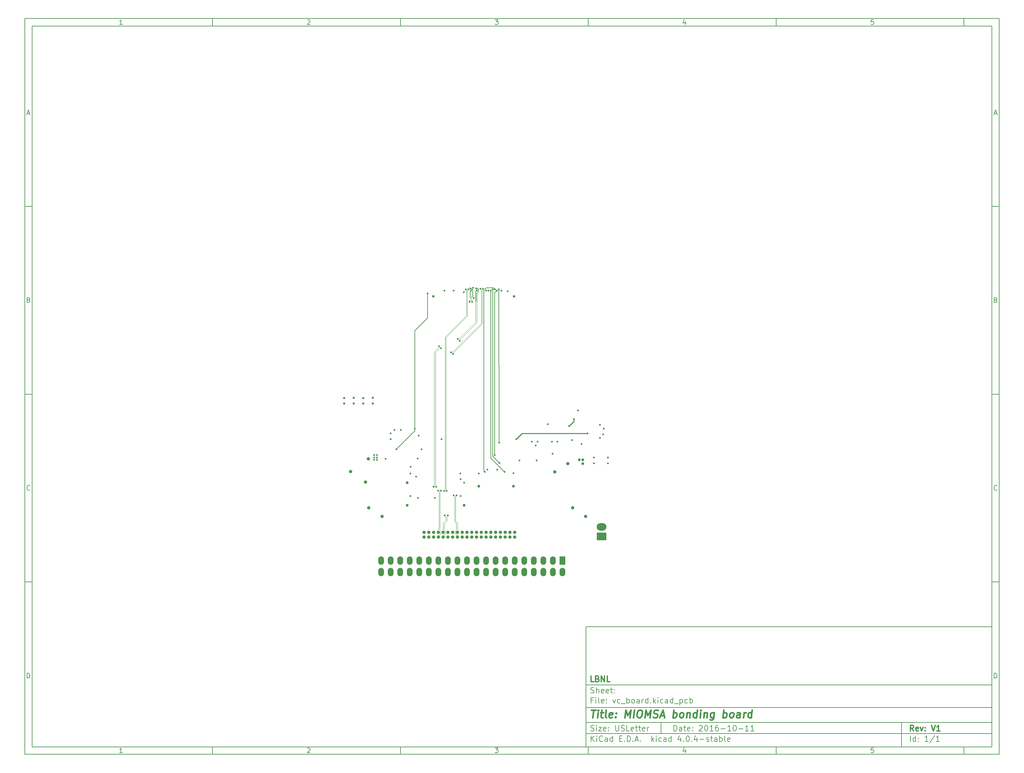
<source format=gbr>
G04 #@! TF.FileFunction,Copper,L4,Bot,Signal*
%FSLAX46Y46*%
G04 Gerber Fmt 4.6, Leading zero omitted, Abs format (unit mm)*
G04 Created by KiCad (PCBNEW 4.0.4-stable) date 2016 October 17, Monday 14:47:50*
%MOMM*%
%LPD*%
G01*
G04 APERTURE LIST*
%ADD10C,0.100000*%
%ADD11C,0.150000*%
%ADD12C,0.300000*%
%ADD13C,0.400000*%
%ADD14C,0.900000*%
%ADD15R,2.600000X2.000000*%
%ADD16O,2.600000X2.000000*%
%ADD17R,1.524000X2.286000*%
%ADD18O,1.524000X2.286000*%
%ADD19C,0.508000*%
%ADD20C,0.635000*%
%ADD21C,0.600000*%
%ADD22C,0.889000*%
%ADD23C,0.762000*%
%ADD24C,0.254000*%
%ADD25C,0.127000*%
%ADD26C,0.125000*%
G04 APERTURE END LIST*
D10*
D11*
X159400000Y-171900000D02*
X159400000Y-203900000D01*
X267400000Y-203900000D01*
X267400000Y-171900000D01*
X159400000Y-171900000D01*
D10*
D11*
X10000000Y-10000000D02*
X10000000Y-205900000D01*
X269400000Y-205900000D01*
X269400000Y-10000000D01*
X10000000Y-10000000D01*
D10*
D11*
X12000000Y-12000000D02*
X12000000Y-203900000D01*
X267400000Y-203900000D01*
X267400000Y-12000000D01*
X12000000Y-12000000D01*
D10*
D11*
X60000000Y-12000000D02*
X60000000Y-10000000D01*
D10*
D11*
X110000000Y-12000000D02*
X110000000Y-10000000D01*
D10*
D11*
X160000000Y-12000000D02*
X160000000Y-10000000D01*
D10*
D11*
X210000000Y-12000000D02*
X210000000Y-10000000D01*
D10*
D11*
X260000000Y-12000000D02*
X260000000Y-10000000D01*
D10*
D11*
X35990476Y-11588095D02*
X35247619Y-11588095D01*
X35619048Y-11588095D02*
X35619048Y-10288095D01*
X35495238Y-10473810D01*
X35371429Y-10597619D01*
X35247619Y-10659524D01*
D10*
D11*
X85247619Y-10411905D02*
X85309524Y-10350000D01*
X85433333Y-10288095D01*
X85742857Y-10288095D01*
X85866667Y-10350000D01*
X85928571Y-10411905D01*
X85990476Y-10535714D01*
X85990476Y-10659524D01*
X85928571Y-10845238D01*
X85185714Y-11588095D01*
X85990476Y-11588095D01*
D10*
D11*
X135185714Y-10288095D02*
X135990476Y-10288095D01*
X135557143Y-10783333D01*
X135742857Y-10783333D01*
X135866667Y-10845238D01*
X135928571Y-10907143D01*
X135990476Y-11030952D01*
X135990476Y-11340476D01*
X135928571Y-11464286D01*
X135866667Y-11526190D01*
X135742857Y-11588095D01*
X135371429Y-11588095D01*
X135247619Y-11526190D01*
X135185714Y-11464286D01*
D10*
D11*
X185866667Y-10721429D02*
X185866667Y-11588095D01*
X185557143Y-10226190D02*
X185247619Y-11154762D01*
X186052381Y-11154762D01*
D10*
D11*
X235928571Y-10288095D02*
X235309524Y-10288095D01*
X235247619Y-10907143D01*
X235309524Y-10845238D01*
X235433333Y-10783333D01*
X235742857Y-10783333D01*
X235866667Y-10845238D01*
X235928571Y-10907143D01*
X235990476Y-11030952D01*
X235990476Y-11340476D01*
X235928571Y-11464286D01*
X235866667Y-11526190D01*
X235742857Y-11588095D01*
X235433333Y-11588095D01*
X235309524Y-11526190D01*
X235247619Y-11464286D01*
D10*
D11*
X60000000Y-203900000D02*
X60000000Y-205900000D01*
D10*
D11*
X110000000Y-203900000D02*
X110000000Y-205900000D01*
D10*
D11*
X160000000Y-203900000D02*
X160000000Y-205900000D01*
D10*
D11*
X210000000Y-203900000D02*
X210000000Y-205900000D01*
D10*
D11*
X260000000Y-203900000D02*
X260000000Y-205900000D01*
D10*
D11*
X35990476Y-205488095D02*
X35247619Y-205488095D01*
X35619048Y-205488095D02*
X35619048Y-204188095D01*
X35495238Y-204373810D01*
X35371429Y-204497619D01*
X35247619Y-204559524D01*
D10*
D11*
X85247619Y-204311905D02*
X85309524Y-204250000D01*
X85433333Y-204188095D01*
X85742857Y-204188095D01*
X85866667Y-204250000D01*
X85928571Y-204311905D01*
X85990476Y-204435714D01*
X85990476Y-204559524D01*
X85928571Y-204745238D01*
X85185714Y-205488095D01*
X85990476Y-205488095D01*
D10*
D11*
X135185714Y-204188095D02*
X135990476Y-204188095D01*
X135557143Y-204683333D01*
X135742857Y-204683333D01*
X135866667Y-204745238D01*
X135928571Y-204807143D01*
X135990476Y-204930952D01*
X135990476Y-205240476D01*
X135928571Y-205364286D01*
X135866667Y-205426190D01*
X135742857Y-205488095D01*
X135371429Y-205488095D01*
X135247619Y-205426190D01*
X135185714Y-205364286D01*
D10*
D11*
X185866667Y-204621429D02*
X185866667Y-205488095D01*
X185557143Y-204126190D02*
X185247619Y-205054762D01*
X186052381Y-205054762D01*
D10*
D11*
X235928571Y-204188095D02*
X235309524Y-204188095D01*
X235247619Y-204807143D01*
X235309524Y-204745238D01*
X235433333Y-204683333D01*
X235742857Y-204683333D01*
X235866667Y-204745238D01*
X235928571Y-204807143D01*
X235990476Y-204930952D01*
X235990476Y-205240476D01*
X235928571Y-205364286D01*
X235866667Y-205426190D01*
X235742857Y-205488095D01*
X235433333Y-205488095D01*
X235309524Y-205426190D01*
X235247619Y-205364286D01*
D10*
D11*
X10000000Y-60000000D02*
X12000000Y-60000000D01*
D10*
D11*
X10000000Y-110000000D02*
X12000000Y-110000000D01*
D10*
D11*
X10000000Y-160000000D02*
X12000000Y-160000000D01*
D10*
D11*
X10690476Y-35216667D02*
X11309524Y-35216667D01*
X10566667Y-35588095D02*
X11000000Y-34288095D01*
X11433333Y-35588095D01*
D10*
D11*
X11092857Y-84907143D02*
X11278571Y-84969048D01*
X11340476Y-85030952D01*
X11402381Y-85154762D01*
X11402381Y-85340476D01*
X11340476Y-85464286D01*
X11278571Y-85526190D01*
X11154762Y-85588095D01*
X10659524Y-85588095D01*
X10659524Y-84288095D01*
X11092857Y-84288095D01*
X11216667Y-84350000D01*
X11278571Y-84411905D01*
X11340476Y-84535714D01*
X11340476Y-84659524D01*
X11278571Y-84783333D01*
X11216667Y-84845238D01*
X11092857Y-84907143D01*
X10659524Y-84907143D01*
D10*
D11*
X11402381Y-135464286D02*
X11340476Y-135526190D01*
X11154762Y-135588095D01*
X11030952Y-135588095D01*
X10845238Y-135526190D01*
X10721429Y-135402381D01*
X10659524Y-135278571D01*
X10597619Y-135030952D01*
X10597619Y-134845238D01*
X10659524Y-134597619D01*
X10721429Y-134473810D01*
X10845238Y-134350000D01*
X11030952Y-134288095D01*
X11154762Y-134288095D01*
X11340476Y-134350000D01*
X11402381Y-134411905D01*
D10*
D11*
X10659524Y-185588095D02*
X10659524Y-184288095D01*
X10969048Y-184288095D01*
X11154762Y-184350000D01*
X11278571Y-184473810D01*
X11340476Y-184597619D01*
X11402381Y-184845238D01*
X11402381Y-185030952D01*
X11340476Y-185278571D01*
X11278571Y-185402381D01*
X11154762Y-185526190D01*
X10969048Y-185588095D01*
X10659524Y-185588095D01*
D10*
D11*
X269400000Y-60000000D02*
X267400000Y-60000000D01*
D10*
D11*
X269400000Y-110000000D02*
X267400000Y-110000000D01*
D10*
D11*
X269400000Y-160000000D02*
X267400000Y-160000000D01*
D10*
D11*
X268090476Y-35216667D02*
X268709524Y-35216667D01*
X267966667Y-35588095D02*
X268400000Y-34288095D01*
X268833333Y-35588095D01*
D10*
D11*
X268492857Y-84907143D02*
X268678571Y-84969048D01*
X268740476Y-85030952D01*
X268802381Y-85154762D01*
X268802381Y-85340476D01*
X268740476Y-85464286D01*
X268678571Y-85526190D01*
X268554762Y-85588095D01*
X268059524Y-85588095D01*
X268059524Y-84288095D01*
X268492857Y-84288095D01*
X268616667Y-84350000D01*
X268678571Y-84411905D01*
X268740476Y-84535714D01*
X268740476Y-84659524D01*
X268678571Y-84783333D01*
X268616667Y-84845238D01*
X268492857Y-84907143D01*
X268059524Y-84907143D01*
D10*
D11*
X268802381Y-135464286D02*
X268740476Y-135526190D01*
X268554762Y-135588095D01*
X268430952Y-135588095D01*
X268245238Y-135526190D01*
X268121429Y-135402381D01*
X268059524Y-135278571D01*
X267997619Y-135030952D01*
X267997619Y-134845238D01*
X268059524Y-134597619D01*
X268121429Y-134473810D01*
X268245238Y-134350000D01*
X268430952Y-134288095D01*
X268554762Y-134288095D01*
X268740476Y-134350000D01*
X268802381Y-134411905D01*
D10*
D11*
X268059524Y-185588095D02*
X268059524Y-184288095D01*
X268369048Y-184288095D01*
X268554762Y-184350000D01*
X268678571Y-184473810D01*
X268740476Y-184597619D01*
X268802381Y-184845238D01*
X268802381Y-185030952D01*
X268740476Y-185278571D01*
X268678571Y-185402381D01*
X268554762Y-185526190D01*
X268369048Y-185588095D01*
X268059524Y-185588095D01*
D10*
D11*
X182757143Y-199678571D02*
X182757143Y-198178571D01*
X183114286Y-198178571D01*
X183328571Y-198250000D01*
X183471429Y-198392857D01*
X183542857Y-198535714D01*
X183614286Y-198821429D01*
X183614286Y-199035714D01*
X183542857Y-199321429D01*
X183471429Y-199464286D01*
X183328571Y-199607143D01*
X183114286Y-199678571D01*
X182757143Y-199678571D01*
X184900000Y-199678571D02*
X184900000Y-198892857D01*
X184828571Y-198750000D01*
X184685714Y-198678571D01*
X184400000Y-198678571D01*
X184257143Y-198750000D01*
X184900000Y-199607143D02*
X184757143Y-199678571D01*
X184400000Y-199678571D01*
X184257143Y-199607143D01*
X184185714Y-199464286D01*
X184185714Y-199321429D01*
X184257143Y-199178571D01*
X184400000Y-199107143D01*
X184757143Y-199107143D01*
X184900000Y-199035714D01*
X185400000Y-198678571D02*
X185971429Y-198678571D01*
X185614286Y-198178571D02*
X185614286Y-199464286D01*
X185685714Y-199607143D01*
X185828572Y-199678571D01*
X185971429Y-199678571D01*
X187042857Y-199607143D02*
X186900000Y-199678571D01*
X186614286Y-199678571D01*
X186471429Y-199607143D01*
X186400000Y-199464286D01*
X186400000Y-198892857D01*
X186471429Y-198750000D01*
X186614286Y-198678571D01*
X186900000Y-198678571D01*
X187042857Y-198750000D01*
X187114286Y-198892857D01*
X187114286Y-199035714D01*
X186400000Y-199178571D01*
X187757143Y-199535714D02*
X187828571Y-199607143D01*
X187757143Y-199678571D01*
X187685714Y-199607143D01*
X187757143Y-199535714D01*
X187757143Y-199678571D01*
X187757143Y-198750000D02*
X187828571Y-198821429D01*
X187757143Y-198892857D01*
X187685714Y-198821429D01*
X187757143Y-198750000D01*
X187757143Y-198892857D01*
X189542857Y-198321429D02*
X189614286Y-198250000D01*
X189757143Y-198178571D01*
X190114286Y-198178571D01*
X190257143Y-198250000D01*
X190328572Y-198321429D01*
X190400000Y-198464286D01*
X190400000Y-198607143D01*
X190328572Y-198821429D01*
X189471429Y-199678571D01*
X190400000Y-199678571D01*
X191328571Y-198178571D02*
X191471428Y-198178571D01*
X191614285Y-198250000D01*
X191685714Y-198321429D01*
X191757143Y-198464286D01*
X191828571Y-198750000D01*
X191828571Y-199107143D01*
X191757143Y-199392857D01*
X191685714Y-199535714D01*
X191614285Y-199607143D01*
X191471428Y-199678571D01*
X191328571Y-199678571D01*
X191185714Y-199607143D01*
X191114285Y-199535714D01*
X191042857Y-199392857D01*
X190971428Y-199107143D01*
X190971428Y-198750000D01*
X191042857Y-198464286D01*
X191114285Y-198321429D01*
X191185714Y-198250000D01*
X191328571Y-198178571D01*
X193257142Y-199678571D02*
X192399999Y-199678571D01*
X192828571Y-199678571D02*
X192828571Y-198178571D01*
X192685714Y-198392857D01*
X192542856Y-198535714D01*
X192399999Y-198607143D01*
X194542856Y-198178571D02*
X194257142Y-198178571D01*
X194114285Y-198250000D01*
X194042856Y-198321429D01*
X193899999Y-198535714D01*
X193828570Y-198821429D01*
X193828570Y-199392857D01*
X193899999Y-199535714D01*
X193971427Y-199607143D01*
X194114285Y-199678571D01*
X194399999Y-199678571D01*
X194542856Y-199607143D01*
X194614285Y-199535714D01*
X194685713Y-199392857D01*
X194685713Y-199035714D01*
X194614285Y-198892857D01*
X194542856Y-198821429D01*
X194399999Y-198750000D01*
X194114285Y-198750000D01*
X193971427Y-198821429D01*
X193899999Y-198892857D01*
X193828570Y-199035714D01*
X195328570Y-199107143D02*
X196471427Y-199107143D01*
X197971427Y-199678571D02*
X197114284Y-199678571D01*
X197542856Y-199678571D02*
X197542856Y-198178571D01*
X197399999Y-198392857D01*
X197257141Y-198535714D01*
X197114284Y-198607143D01*
X198899998Y-198178571D02*
X199042855Y-198178571D01*
X199185712Y-198250000D01*
X199257141Y-198321429D01*
X199328570Y-198464286D01*
X199399998Y-198750000D01*
X199399998Y-199107143D01*
X199328570Y-199392857D01*
X199257141Y-199535714D01*
X199185712Y-199607143D01*
X199042855Y-199678571D01*
X198899998Y-199678571D01*
X198757141Y-199607143D01*
X198685712Y-199535714D01*
X198614284Y-199392857D01*
X198542855Y-199107143D01*
X198542855Y-198750000D01*
X198614284Y-198464286D01*
X198685712Y-198321429D01*
X198757141Y-198250000D01*
X198899998Y-198178571D01*
X200042855Y-199107143D02*
X201185712Y-199107143D01*
X202685712Y-199678571D02*
X201828569Y-199678571D01*
X202257141Y-199678571D02*
X202257141Y-198178571D01*
X202114284Y-198392857D01*
X201971426Y-198535714D01*
X201828569Y-198607143D01*
X204114283Y-199678571D02*
X203257140Y-199678571D01*
X203685712Y-199678571D02*
X203685712Y-198178571D01*
X203542855Y-198392857D01*
X203399997Y-198535714D01*
X203257140Y-198607143D01*
D10*
D11*
X159400000Y-200400000D02*
X267400000Y-200400000D01*
D10*
D11*
X160757143Y-202478571D02*
X160757143Y-200978571D01*
X161614286Y-202478571D02*
X160971429Y-201621429D01*
X161614286Y-200978571D02*
X160757143Y-201835714D01*
X162257143Y-202478571D02*
X162257143Y-201478571D01*
X162257143Y-200978571D02*
X162185714Y-201050000D01*
X162257143Y-201121429D01*
X162328571Y-201050000D01*
X162257143Y-200978571D01*
X162257143Y-201121429D01*
X163828572Y-202335714D02*
X163757143Y-202407143D01*
X163542857Y-202478571D01*
X163400000Y-202478571D01*
X163185715Y-202407143D01*
X163042857Y-202264286D01*
X162971429Y-202121429D01*
X162900000Y-201835714D01*
X162900000Y-201621429D01*
X162971429Y-201335714D01*
X163042857Y-201192857D01*
X163185715Y-201050000D01*
X163400000Y-200978571D01*
X163542857Y-200978571D01*
X163757143Y-201050000D01*
X163828572Y-201121429D01*
X165114286Y-202478571D02*
X165114286Y-201692857D01*
X165042857Y-201550000D01*
X164900000Y-201478571D01*
X164614286Y-201478571D01*
X164471429Y-201550000D01*
X165114286Y-202407143D02*
X164971429Y-202478571D01*
X164614286Y-202478571D01*
X164471429Y-202407143D01*
X164400000Y-202264286D01*
X164400000Y-202121429D01*
X164471429Y-201978571D01*
X164614286Y-201907143D01*
X164971429Y-201907143D01*
X165114286Y-201835714D01*
X166471429Y-202478571D02*
X166471429Y-200978571D01*
X166471429Y-202407143D02*
X166328572Y-202478571D01*
X166042858Y-202478571D01*
X165900000Y-202407143D01*
X165828572Y-202335714D01*
X165757143Y-202192857D01*
X165757143Y-201764286D01*
X165828572Y-201621429D01*
X165900000Y-201550000D01*
X166042858Y-201478571D01*
X166328572Y-201478571D01*
X166471429Y-201550000D01*
X168328572Y-201692857D02*
X168828572Y-201692857D01*
X169042858Y-202478571D02*
X168328572Y-202478571D01*
X168328572Y-200978571D01*
X169042858Y-200978571D01*
X169685715Y-202335714D02*
X169757143Y-202407143D01*
X169685715Y-202478571D01*
X169614286Y-202407143D01*
X169685715Y-202335714D01*
X169685715Y-202478571D01*
X170400001Y-202478571D02*
X170400001Y-200978571D01*
X170757144Y-200978571D01*
X170971429Y-201050000D01*
X171114287Y-201192857D01*
X171185715Y-201335714D01*
X171257144Y-201621429D01*
X171257144Y-201835714D01*
X171185715Y-202121429D01*
X171114287Y-202264286D01*
X170971429Y-202407143D01*
X170757144Y-202478571D01*
X170400001Y-202478571D01*
X171900001Y-202335714D02*
X171971429Y-202407143D01*
X171900001Y-202478571D01*
X171828572Y-202407143D01*
X171900001Y-202335714D01*
X171900001Y-202478571D01*
X172542858Y-202050000D02*
X173257144Y-202050000D01*
X172400001Y-202478571D02*
X172900001Y-200978571D01*
X173400001Y-202478571D01*
X173900001Y-202335714D02*
X173971429Y-202407143D01*
X173900001Y-202478571D01*
X173828572Y-202407143D01*
X173900001Y-202335714D01*
X173900001Y-202478571D01*
X176900001Y-202478571D02*
X176900001Y-200978571D01*
X177042858Y-201907143D02*
X177471429Y-202478571D01*
X177471429Y-201478571D02*
X176900001Y-202050000D01*
X178114287Y-202478571D02*
X178114287Y-201478571D01*
X178114287Y-200978571D02*
X178042858Y-201050000D01*
X178114287Y-201121429D01*
X178185715Y-201050000D01*
X178114287Y-200978571D01*
X178114287Y-201121429D01*
X179471430Y-202407143D02*
X179328573Y-202478571D01*
X179042859Y-202478571D01*
X178900001Y-202407143D01*
X178828573Y-202335714D01*
X178757144Y-202192857D01*
X178757144Y-201764286D01*
X178828573Y-201621429D01*
X178900001Y-201550000D01*
X179042859Y-201478571D01*
X179328573Y-201478571D01*
X179471430Y-201550000D01*
X180757144Y-202478571D02*
X180757144Y-201692857D01*
X180685715Y-201550000D01*
X180542858Y-201478571D01*
X180257144Y-201478571D01*
X180114287Y-201550000D01*
X180757144Y-202407143D02*
X180614287Y-202478571D01*
X180257144Y-202478571D01*
X180114287Y-202407143D01*
X180042858Y-202264286D01*
X180042858Y-202121429D01*
X180114287Y-201978571D01*
X180257144Y-201907143D01*
X180614287Y-201907143D01*
X180757144Y-201835714D01*
X182114287Y-202478571D02*
X182114287Y-200978571D01*
X182114287Y-202407143D02*
X181971430Y-202478571D01*
X181685716Y-202478571D01*
X181542858Y-202407143D01*
X181471430Y-202335714D01*
X181400001Y-202192857D01*
X181400001Y-201764286D01*
X181471430Y-201621429D01*
X181542858Y-201550000D01*
X181685716Y-201478571D01*
X181971430Y-201478571D01*
X182114287Y-201550000D01*
X184614287Y-201478571D02*
X184614287Y-202478571D01*
X184257144Y-200907143D02*
X183900001Y-201978571D01*
X184828573Y-201978571D01*
X185400001Y-202335714D02*
X185471429Y-202407143D01*
X185400001Y-202478571D01*
X185328572Y-202407143D01*
X185400001Y-202335714D01*
X185400001Y-202478571D01*
X186400001Y-200978571D02*
X186542858Y-200978571D01*
X186685715Y-201050000D01*
X186757144Y-201121429D01*
X186828573Y-201264286D01*
X186900001Y-201550000D01*
X186900001Y-201907143D01*
X186828573Y-202192857D01*
X186757144Y-202335714D01*
X186685715Y-202407143D01*
X186542858Y-202478571D01*
X186400001Y-202478571D01*
X186257144Y-202407143D01*
X186185715Y-202335714D01*
X186114287Y-202192857D01*
X186042858Y-201907143D01*
X186042858Y-201550000D01*
X186114287Y-201264286D01*
X186185715Y-201121429D01*
X186257144Y-201050000D01*
X186400001Y-200978571D01*
X187542858Y-202335714D02*
X187614286Y-202407143D01*
X187542858Y-202478571D01*
X187471429Y-202407143D01*
X187542858Y-202335714D01*
X187542858Y-202478571D01*
X188900001Y-201478571D02*
X188900001Y-202478571D01*
X188542858Y-200907143D02*
X188185715Y-201978571D01*
X189114287Y-201978571D01*
X189685715Y-201907143D02*
X190828572Y-201907143D01*
X191471429Y-202407143D02*
X191614286Y-202478571D01*
X191900001Y-202478571D01*
X192042858Y-202407143D01*
X192114286Y-202264286D01*
X192114286Y-202192857D01*
X192042858Y-202050000D01*
X191900001Y-201978571D01*
X191685715Y-201978571D01*
X191542858Y-201907143D01*
X191471429Y-201764286D01*
X191471429Y-201692857D01*
X191542858Y-201550000D01*
X191685715Y-201478571D01*
X191900001Y-201478571D01*
X192042858Y-201550000D01*
X192542858Y-201478571D02*
X193114287Y-201478571D01*
X192757144Y-200978571D02*
X192757144Y-202264286D01*
X192828572Y-202407143D01*
X192971430Y-202478571D01*
X193114287Y-202478571D01*
X194257144Y-202478571D02*
X194257144Y-201692857D01*
X194185715Y-201550000D01*
X194042858Y-201478571D01*
X193757144Y-201478571D01*
X193614287Y-201550000D01*
X194257144Y-202407143D02*
X194114287Y-202478571D01*
X193757144Y-202478571D01*
X193614287Y-202407143D01*
X193542858Y-202264286D01*
X193542858Y-202121429D01*
X193614287Y-201978571D01*
X193757144Y-201907143D01*
X194114287Y-201907143D01*
X194257144Y-201835714D01*
X194971430Y-202478571D02*
X194971430Y-200978571D01*
X194971430Y-201550000D02*
X195114287Y-201478571D01*
X195400001Y-201478571D01*
X195542858Y-201550000D01*
X195614287Y-201621429D01*
X195685716Y-201764286D01*
X195685716Y-202192857D01*
X195614287Y-202335714D01*
X195542858Y-202407143D01*
X195400001Y-202478571D01*
X195114287Y-202478571D01*
X194971430Y-202407143D01*
X196542859Y-202478571D02*
X196400001Y-202407143D01*
X196328573Y-202264286D01*
X196328573Y-200978571D01*
X197685715Y-202407143D02*
X197542858Y-202478571D01*
X197257144Y-202478571D01*
X197114287Y-202407143D01*
X197042858Y-202264286D01*
X197042858Y-201692857D01*
X197114287Y-201550000D01*
X197257144Y-201478571D01*
X197542858Y-201478571D01*
X197685715Y-201550000D01*
X197757144Y-201692857D01*
X197757144Y-201835714D01*
X197042858Y-201978571D01*
D10*
D11*
X159400000Y-197400000D02*
X267400000Y-197400000D01*
D10*
D12*
X246614286Y-199678571D02*
X246114286Y-198964286D01*
X245757143Y-199678571D02*
X245757143Y-198178571D01*
X246328571Y-198178571D01*
X246471429Y-198250000D01*
X246542857Y-198321429D01*
X246614286Y-198464286D01*
X246614286Y-198678571D01*
X246542857Y-198821429D01*
X246471429Y-198892857D01*
X246328571Y-198964286D01*
X245757143Y-198964286D01*
X247828571Y-199607143D02*
X247685714Y-199678571D01*
X247400000Y-199678571D01*
X247257143Y-199607143D01*
X247185714Y-199464286D01*
X247185714Y-198892857D01*
X247257143Y-198750000D01*
X247400000Y-198678571D01*
X247685714Y-198678571D01*
X247828571Y-198750000D01*
X247900000Y-198892857D01*
X247900000Y-199035714D01*
X247185714Y-199178571D01*
X248400000Y-198678571D02*
X248757143Y-199678571D01*
X249114285Y-198678571D01*
X249685714Y-199535714D02*
X249757142Y-199607143D01*
X249685714Y-199678571D01*
X249614285Y-199607143D01*
X249685714Y-199535714D01*
X249685714Y-199678571D01*
X249685714Y-198750000D02*
X249757142Y-198821429D01*
X249685714Y-198892857D01*
X249614285Y-198821429D01*
X249685714Y-198750000D01*
X249685714Y-198892857D01*
X251328571Y-198178571D02*
X251828571Y-199678571D01*
X252328571Y-198178571D01*
X253614285Y-199678571D02*
X252757142Y-199678571D01*
X253185714Y-199678571D02*
X253185714Y-198178571D01*
X253042857Y-198392857D01*
X252899999Y-198535714D01*
X252757142Y-198607143D01*
D10*
D11*
X160685714Y-199607143D02*
X160900000Y-199678571D01*
X161257143Y-199678571D01*
X161400000Y-199607143D01*
X161471429Y-199535714D01*
X161542857Y-199392857D01*
X161542857Y-199250000D01*
X161471429Y-199107143D01*
X161400000Y-199035714D01*
X161257143Y-198964286D01*
X160971429Y-198892857D01*
X160828571Y-198821429D01*
X160757143Y-198750000D01*
X160685714Y-198607143D01*
X160685714Y-198464286D01*
X160757143Y-198321429D01*
X160828571Y-198250000D01*
X160971429Y-198178571D01*
X161328571Y-198178571D01*
X161542857Y-198250000D01*
X162185714Y-199678571D02*
X162185714Y-198678571D01*
X162185714Y-198178571D02*
X162114285Y-198250000D01*
X162185714Y-198321429D01*
X162257142Y-198250000D01*
X162185714Y-198178571D01*
X162185714Y-198321429D01*
X162757143Y-198678571D02*
X163542857Y-198678571D01*
X162757143Y-199678571D01*
X163542857Y-199678571D01*
X164685714Y-199607143D02*
X164542857Y-199678571D01*
X164257143Y-199678571D01*
X164114286Y-199607143D01*
X164042857Y-199464286D01*
X164042857Y-198892857D01*
X164114286Y-198750000D01*
X164257143Y-198678571D01*
X164542857Y-198678571D01*
X164685714Y-198750000D01*
X164757143Y-198892857D01*
X164757143Y-199035714D01*
X164042857Y-199178571D01*
X165400000Y-199535714D02*
X165471428Y-199607143D01*
X165400000Y-199678571D01*
X165328571Y-199607143D01*
X165400000Y-199535714D01*
X165400000Y-199678571D01*
X165400000Y-198750000D02*
X165471428Y-198821429D01*
X165400000Y-198892857D01*
X165328571Y-198821429D01*
X165400000Y-198750000D01*
X165400000Y-198892857D01*
X167257143Y-198178571D02*
X167257143Y-199392857D01*
X167328571Y-199535714D01*
X167400000Y-199607143D01*
X167542857Y-199678571D01*
X167828571Y-199678571D01*
X167971429Y-199607143D01*
X168042857Y-199535714D01*
X168114286Y-199392857D01*
X168114286Y-198178571D01*
X168757143Y-199607143D02*
X168971429Y-199678571D01*
X169328572Y-199678571D01*
X169471429Y-199607143D01*
X169542858Y-199535714D01*
X169614286Y-199392857D01*
X169614286Y-199250000D01*
X169542858Y-199107143D01*
X169471429Y-199035714D01*
X169328572Y-198964286D01*
X169042858Y-198892857D01*
X168900000Y-198821429D01*
X168828572Y-198750000D01*
X168757143Y-198607143D01*
X168757143Y-198464286D01*
X168828572Y-198321429D01*
X168900000Y-198250000D01*
X169042858Y-198178571D01*
X169400000Y-198178571D01*
X169614286Y-198250000D01*
X170971429Y-199678571D02*
X170257143Y-199678571D01*
X170257143Y-198178571D01*
X172042857Y-199607143D02*
X171900000Y-199678571D01*
X171614286Y-199678571D01*
X171471429Y-199607143D01*
X171400000Y-199464286D01*
X171400000Y-198892857D01*
X171471429Y-198750000D01*
X171614286Y-198678571D01*
X171900000Y-198678571D01*
X172042857Y-198750000D01*
X172114286Y-198892857D01*
X172114286Y-199035714D01*
X171400000Y-199178571D01*
X172542857Y-198678571D02*
X173114286Y-198678571D01*
X172757143Y-198178571D02*
X172757143Y-199464286D01*
X172828571Y-199607143D01*
X172971429Y-199678571D01*
X173114286Y-199678571D01*
X173400000Y-198678571D02*
X173971429Y-198678571D01*
X173614286Y-198178571D02*
X173614286Y-199464286D01*
X173685714Y-199607143D01*
X173828572Y-199678571D01*
X173971429Y-199678571D01*
X175042857Y-199607143D02*
X174900000Y-199678571D01*
X174614286Y-199678571D01*
X174471429Y-199607143D01*
X174400000Y-199464286D01*
X174400000Y-198892857D01*
X174471429Y-198750000D01*
X174614286Y-198678571D01*
X174900000Y-198678571D01*
X175042857Y-198750000D01*
X175114286Y-198892857D01*
X175114286Y-199035714D01*
X174400000Y-199178571D01*
X175757143Y-199678571D02*
X175757143Y-198678571D01*
X175757143Y-198964286D02*
X175828571Y-198821429D01*
X175900000Y-198750000D01*
X176042857Y-198678571D01*
X176185714Y-198678571D01*
D10*
D11*
X245757143Y-202478571D02*
X245757143Y-200978571D01*
X247114286Y-202478571D02*
X247114286Y-200978571D01*
X247114286Y-202407143D02*
X246971429Y-202478571D01*
X246685715Y-202478571D01*
X246542857Y-202407143D01*
X246471429Y-202335714D01*
X246400000Y-202192857D01*
X246400000Y-201764286D01*
X246471429Y-201621429D01*
X246542857Y-201550000D01*
X246685715Y-201478571D01*
X246971429Y-201478571D01*
X247114286Y-201550000D01*
X247828572Y-202335714D02*
X247900000Y-202407143D01*
X247828572Y-202478571D01*
X247757143Y-202407143D01*
X247828572Y-202335714D01*
X247828572Y-202478571D01*
X247828572Y-201550000D02*
X247900000Y-201621429D01*
X247828572Y-201692857D01*
X247757143Y-201621429D01*
X247828572Y-201550000D01*
X247828572Y-201692857D01*
X250471429Y-202478571D02*
X249614286Y-202478571D01*
X250042858Y-202478571D02*
X250042858Y-200978571D01*
X249900001Y-201192857D01*
X249757143Y-201335714D01*
X249614286Y-201407143D01*
X252185714Y-200907143D02*
X250900000Y-202835714D01*
X253471429Y-202478571D02*
X252614286Y-202478571D01*
X253042858Y-202478571D02*
X253042858Y-200978571D01*
X252900001Y-201192857D01*
X252757143Y-201335714D01*
X252614286Y-201407143D01*
D10*
D11*
X159400000Y-193400000D02*
X267400000Y-193400000D01*
D10*
D13*
X160852381Y-194104762D02*
X161995238Y-194104762D01*
X161173810Y-196104762D02*
X161423810Y-194104762D01*
X162411905Y-196104762D02*
X162578571Y-194771429D01*
X162661905Y-194104762D02*
X162554762Y-194200000D01*
X162638095Y-194295238D01*
X162745239Y-194200000D01*
X162661905Y-194104762D01*
X162638095Y-194295238D01*
X163245238Y-194771429D02*
X164007143Y-194771429D01*
X163614286Y-194104762D02*
X163400000Y-195819048D01*
X163471430Y-196009524D01*
X163650001Y-196104762D01*
X163840477Y-196104762D01*
X164792858Y-196104762D02*
X164614287Y-196009524D01*
X164542857Y-195819048D01*
X164757143Y-194104762D01*
X166328572Y-196009524D02*
X166126191Y-196104762D01*
X165745239Y-196104762D01*
X165566667Y-196009524D01*
X165495238Y-195819048D01*
X165590476Y-195057143D01*
X165709524Y-194866667D01*
X165911905Y-194771429D01*
X166292857Y-194771429D01*
X166471429Y-194866667D01*
X166542857Y-195057143D01*
X166519048Y-195247619D01*
X165542857Y-195438095D01*
X167292857Y-195914286D02*
X167376192Y-196009524D01*
X167269048Y-196104762D01*
X167185715Y-196009524D01*
X167292857Y-195914286D01*
X167269048Y-196104762D01*
X167423810Y-194866667D02*
X167507144Y-194961905D01*
X167400000Y-195057143D01*
X167316667Y-194961905D01*
X167423810Y-194866667D01*
X167400000Y-195057143D01*
X169745239Y-196104762D02*
X169995239Y-194104762D01*
X170483334Y-195533333D01*
X171328573Y-194104762D01*
X171078573Y-196104762D01*
X172030953Y-196104762D02*
X172280953Y-194104762D01*
X173614287Y-194104762D02*
X173995239Y-194104762D01*
X174173810Y-194200000D01*
X174340478Y-194390476D01*
X174388096Y-194771429D01*
X174304763Y-195438095D01*
X174161906Y-195819048D01*
X173947620Y-196009524D01*
X173745239Y-196104762D01*
X173364287Y-196104762D01*
X173185716Y-196009524D01*
X173019048Y-195819048D01*
X172971429Y-195438095D01*
X173054762Y-194771429D01*
X173197620Y-194390476D01*
X173411906Y-194200000D01*
X173614287Y-194104762D01*
X175078572Y-196104762D02*
X175328572Y-194104762D01*
X175816667Y-195533333D01*
X176661906Y-194104762D01*
X176411906Y-196104762D01*
X177280953Y-196009524D02*
X177554763Y-196104762D01*
X178030953Y-196104762D01*
X178233334Y-196009524D01*
X178340476Y-195914286D01*
X178459525Y-195723810D01*
X178483334Y-195533333D01*
X178411905Y-195342857D01*
X178328572Y-195247619D01*
X178150000Y-195152381D01*
X177780953Y-195057143D01*
X177602382Y-194961905D01*
X177519048Y-194866667D01*
X177447619Y-194676190D01*
X177471429Y-194485714D01*
X177590476Y-194295238D01*
X177697620Y-194200000D01*
X177900001Y-194104762D01*
X178376191Y-194104762D01*
X178650001Y-194200000D01*
X179245238Y-195533333D02*
X180197619Y-195533333D01*
X178983334Y-196104762D02*
X179900001Y-194104762D01*
X180316668Y-196104762D01*
X182507144Y-196104762D02*
X182757144Y-194104762D01*
X182661906Y-194866667D02*
X182864287Y-194771429D01*
X183245239Y-194771429D01*
X183423811Y-194866667D01*
X183507144Y-194961905D01*
X183578572Y-195152381D01*
X183507144Y-195723810D01*
X183388096Y-195914286D01*
X183280954Y-196009524D01*
X183078573Y-196104762D01*
X182697621Y-196104762D01*
X182519049Y-196009524D01*
X184602383Y-196104762D02*
X184423812Y-196009524D01*
X184340477Y-195914286D01*
X184269049Y-195723810D01*
X184340477Y-195152381D01*
X184459525Y-194961905D01*
X184566669Y-194866667D01*
X184769049Y-194771429D01*
X185054763Y-194771429D01*
X185233335Y-194866667D01*
X185316668Y-194961905D01*
X185388096Y-195152381D01*
X185316668Y-195723810D01*
X185197620Y-195914286D01*
X185090478Y-196009524D01*
X184888097Y-196104762D01*
X184602383Y-196104762D01*
X186292858Y-194771429D02*
X186126192Y-196104762D01*
X186269049Y-194961905D02*
X186376193Y-194866667D01*
X186578573Y-194771429D01*
X186864287Y-194771429D01*
X187042859Y-194866667D01*
X187114287Y-195057143D01*
X186983335Y-196104762D01*
X188792859Y-196104762D02*
X189042859Y-194104762D01*
X188804764Y-196009524D02*
X188602383Y-196104762D01*
X188221431Y-196104762D01*
X188042860Y-196009524D01*
X187959525Y-195914286D01*
X187888097Y-195723810D01*
X187959525Y-195152381D01*
X188078573Y-194961905D01*
X188185717Y-194866667D01*
X188388097Y-194771429D01*
X188769049Y-194771429D01*
X188947621Y-194866667D01*
X189745240Y-196104762D02*
X189911906Y-194771429D01*
X189995240Y-194104762D02*
X189888097Y-194200000D01*
X189971430Y-194295238D01*
X190078574Y-194200000D01*
X189995240Y-194104762D01*
X189971430Y-194295238D01*
X190864287Y-194771429D02*
X190697621Y-196104762D01*
X190840478Y-194961905D02*
X190947622Y-194866667D01*
X191150002Y-194771429D01*
X191435716Y-194771429D01*
X191614288Y-194866667D01*
X191685716Y-195057143D01*
X191554764Y-196104762D01*
X193530954Y-194771429D02*
X193328573Y-196390476D01*
X193209526Y-196580952D01*
X193102383Y-196676190D01*
X192900002Y-196771429D01*
X192614288Y-196771429D01*
X192435716Y-196676190D01*
X193376193Y-196009524D02*
X193173812Y-196104762D01*
X192792860Y-196104762D01*
X192614289Y-196009524D01*
X192530954Y-195914286D01*
X192459526Y-195723810D01*
X192530954Y-195152381D01*
X192650002Y-194961905D01*
X192757146Y-194866667D01*
X192959526Y-194771429D01*
X193340478Y-194771429D01*
X193519050Y-194866667D01*
X195840479Y-196104762D02*
X196090479Y-194104762D01*
X195995241Y-194866667D02*
X196197622Y-194771429D01*
X196578574Y-194771429D01*
X196757146Y-194866667D01*
X196840479Y-194961905D01*
X196911907Y-195152381D01*
X196840479Y-195723810D01*
X196721431Y-195914286D01*
X196614289Y-196009524D01*
X196411908Y-196104762D01*
X196030956Y-196104762D01*
X195852384Y-196009524D01*
X197935718Y-196104762D02*
X197757147Y-196009524D01*
X197673812Y-195914286D01*
X197602384Y-195723810D01*
X197673812Y-195152381D01*
X197792860Y-194961905D01*
X197900004Y-194866667D01*
X198102384Y-194771429D01*
X198388098Y-194771429D01*
X198566670Y-194866667D01*
X198650003Y-194961905D01*
X198721431Y-195152381D01*
X198650003Y-195723810D01*
X198530955Y-195914286D01*
X198423813Y-196009524D01*
X198221432Y-196104762D01*
X197935718Y-196104762D01*
X200316670Y-196104762D02*
X200447622Y-195057143D01*
X200376194Y-194866667D01*
X200197622Y-194771429D01*
X199816670Y-194771429D01*
X199614289Y-194866667D01*
X200328575Y-196009524D02*
X200126194Y-196104762D01*
X199650004Y-196104762D01*
X199471432Y-196009524D01*
X199400003Y-195819048D01*
X199423813Y-195628571D01*
X199542860Y-195438095D01*
X199745242Y-195342857D01*
X200221432Y-195342857D01*
X200423813Y-195247619D01*
X201269051Y-196104762D02*
X201435717Y-194771429D01*
X201388098Y-195152381D02*
X201507147Y-194961905D01*
X201614290Y-194866667D01*
X201816670Y-194771429D01*
X202007146Y-194771429D01*
X203364289Y-196104762D02*
X203614289Y-194104762D01*
X203376194Y-196009524D02*
X203173813Y-196104762D01*
X202792861Y-196104762D01*
X202614290Y-196009524D01*
X202530955Y-195914286D01*
X202459527Y-195723810D01*
X202530955Y-195152381D01*
X202650003Y-194961905D01*
X202757147Y-194866667D01*
X202959527Y-194771429D01*
X203340479Y-194771429D01*
X203519051Y-194866667D01*
D10*
D11*
X161257143Y-191492857D02*
X160757143Y-191492857D01*
X160757143Y-192278571D02*
X160757143Y-190778571D01*
X161471429Y-190778571D01*
X162042857Y-192278571D02*
X162042857Y-191278571D01*
X162042857Y-190778571D02*
X161971428Y-190850000D01*
X162042857Y-190921429D01*
X162114285Y-190850000D01*
X162042857Y-190778571D01*
X162042857Y-190921429D01*
X162971429Y-192278571D02*
X162828571Y-192207143D01*
X162757143Y-192064286D01*
X162757143Y-190778571D01*
X164114285Y-192207143D02*
X163971428Y-192278571D01*
X163685714Y-192278571D01*
X163542857Y-192207143D01*
X163471428Y-192064286D01*
X163471428Y-191492857D01*
X163542857Y-191350000D01*
X163685714Y-191278571D01*
X163971428Y-191278571D01*
X164114285Y-191350000D01*
X164185714Y-191492857D01*
X164185714Y-191635714D01*
X163471428Y-191778571D01*
X164828571Y-192135714D02*
X164899999Y-192207143D01*
X164828571Y-192278571D01*
X164757142Y-192207143D01*
X164828571Y-192135714D01*
X164828571Y-192278571D01*
X164828571Y-191350000D02*
X164899999Y-191421429D01*
X164828571Y-191492857D01*
X164757142Y-191421429D01*
X164828571Y-191350000D01*
X164828571Y-191492857D01*
X166542857Y-191278571D02*
X166900000Y-192278571D01*
X167257142Y-191278571D01*
X168471428Y-192207143D02*
X168328571Y-192278571D01*
X168042857Y-192278571D01*
X167899999Y-192207143D01*
X167828571Y-192135714D01*
X167757142Y-191992857D01*
X167757142Y-191564286D01*
X167828571Y-191421429D01*
X167899999Y-191350000D01*
X168042857Y-191278571D01*
X168328571Y-191278571D01*
X168471428Y-191350000D01*
X168757142Y-192421429D02*
X169899999Y-192421429D01*
X170257142Y-192278571D02*
X170257142Y-190778571D01*
X170257142Y-191350000D02*
X170399999Y-191278571D01*
X170685713Y-191278571D01*
X170828570Y-191350000D01*
X170899999Y-191421429D01*
X170971428Y-191564286D01*
X170971428Y-191992857D01*
X170899999Y-192135714D01*
X170828570Y-192207143D01*
X170685713Y-192278571D01*
X170399999Y-192278571D01*
X170257142Y-192207143D01*
X171828571Y-192278571D02*
X171685713Y-192207143D01*
X171614285Y-192135714D01*
X171542856Y-191992857D01*
X171542856Y-191564286D01*
X171614285Y-191421429D01*
X171685713Y-191350000D01*
X171828571Y-191278571D01*
X172042856Y-191278571D01*
X172185713Y-191350000D01*
X172257142Y-191421429D01*
X172328571Y-191564286D01*
X172328571Y-191992857D01*
X172257142Y-192135714D01*
X172185713Y-192207143D01*
X172042856Y-192278571D01*
X171828571Y-192278571D01*
X173614285Y-192278571D02*
X173614285Y-191492857D01*
X173542856Y-191350000D01*
X173399999Y-191278571D01*
X173114285Y-191278571D01*
X172971428Y-191350000D01*
X173614285Y-192207143D02*
X173471428Y-192278571D01*
X173114285Y-192278571D01*
X172971428Y-192207143D01*
X172899999Y-192064286D01*
X172899999Y-191921429D01*
X172971428Y-191778571D01*
X173114285Y-191707143D01*
X173471428Y-191707143D01*
X173614285Y-191635714D01*
X174328571Y-192278571D02*
X174328571Y-191278571D01*
X174328571Y-191564286D02*
X174399999Y-191421429D01*
X174471428Y-191350000D01*
X174614285Y-191278571D01*
X174757142Y-191278571D01*
X175899999Y-192278571D02*
X175899999Y-190778571D01*
X175899999Y-192207143D02*
X175757142Y-192278571D01*
X175471428Y-192278571D01*
X175328570Y-192207143D01*
X175257142Y-192135714D01*
X175185713Y-191992857D01*
X175185713Y-191564286D01*
X175257142Y-191421429D01*
X175328570Y-191350000D01*
X175471428Y-191278571D01*
X175757142Y-191278571D01*
X175899999Y-191350000D01*
X176614285Y-192135714D02*
X176685713Y-192207143D01*
X176614285Y-192278571D01*
X176542856Y-192207143D01*
X176614285Y-192135714D01*
X176614285Y-192278571D01*
X177328571Y-192278571D02*
X177328571Y-190778571D01*
X177471428Y-191707143D02*
X177899999Y-192278571D01*
X177899999Y-191278571D02*
X177328571Y-191850000D01*
X178542857Y-192278571D02*
X178542857Y-191278571D01*
X178542857Y-190778571D02*
X178471428Y-190850000D01*
X178542857Y-190921429D01*
X178614285Y-190850000D01*
X178542857Y-190778571D01*
X178542857Y-190921429D01*
X179900000Y-192207143D02*
X179757143Y-192278571D01*
X179471429Y-192278571D01*
X179328571Y-192207143D01*
X179257143Y-192135714D01*
X179185714Y-191992857D01*
X179185714Y-191564286D01*
X179257143Y-191421429D01*
X179328571Y-191350000D01*
X179471429Y-191278571D01*
X179757143Y-191278571D01*
X179900000Y-191350000D01*
X181185714Y-192278571D02*
X181185714Y-191492857D01*
X181114285Y-191350000D01*
X180971428Y-191278571D01*
X180685714Y-191278571D01*
X180542857Y-191350000D01*
X181185714Y-192207143D02*
X181042857Y-192278571D01*
X180685714Y-192278571D01*
X180542857Y-192207143D01*
X180471428Y-192064286D01*
X180471428Y-191921429D01*
X180542857Y-191778571D01*
X180685714Y-191707143D01*
X181042857Y-191707143D01*
X181185714Y-191635714D01*
X182542857Y-192278571D02*
X182542857Y-190778571D01*
X182542857Y-192207143D02*
X182400000Y-192278571D01*
X182114286Y-192278571D01*
X181971428Y-192207143D01*
X181900000Y-192135714D01*
X181828571Y-191992857D01*
X181828571Y-191564286D01*
X181900000Y-191421429D01*
X181971428Y-191350000D01*
X182114286Y-191278571D01*
X182400000Y-191278571D01*
X182542857Y-191350000D01*
X182900000Y-192421429D02*
X184042857Y-192421429D01*
X184400000Y-191278571D02*
X184400000Y-192778571D01*
X184400000Y-191350000D02*
X184542857Y-191278571D01*
X184828571Y-191278571D01*
X184971428Y-191350000D01*
X185042857Y-191421429D01*
X185114286Y-191564286D01*
X185114286Y-191992857D01*
X185042857Y-192135714D01*
X184971428Y-192207143D01*
X184828571Y-192278571D01*
X184542857Y-192278571D01*
X184400000Y-192207143D01*
X186400000Y-192207143D02*
X186257143Y-192278571D01*
X185971429Y-192278571D01*
X185828571Y-192207143D01*
X185757143Y-192135714D01*
X185685714Y-191992857D01*
X185685714Y-191564286D01*
X185757143Y-191421429D01*
X185828571Y-191350000D01*
X185971429Y-191278571D01*
X186257143Y-191278571D01*
X186400000Y-191350000D01*
X187042857Y-192278571D02*
X187042857Y-190778571D01*
X187042857Y-191350000D02*
X187185714Y-191278571D01*
X187471428Y-191278571D01*
X187614285Y-191350000D01*
X187685714Y-191421429D01*
X187757143Y-191564286D01*
X187757143Y-191992857D01*
X187685714Y-192135714D01*
X187614285Y-192207143D01*
X187471428Y-192278571D01*
X187185714Y-192278571D01*
X187042857Y-192207143D01*
D10*
D11*
X159400000Y-187400000D02*
X267400000Y-187400000D01*
D10*
D11*
X160685714Y-189507143D02*
X160900000Y-189578571D01*
X161257143Y-189578571D01*
X161400000Y-189507143D01*
X161471429Y-189435714D01*
X161542857Y-189292857D01*
X161542857Y-189150000D01*
X161471429Y-189007143D01*
X161400000Y-188935714D01*
X161257143Y-188864286D01*
X160971429Y-188792857D01*
X160828571Y-188721429D01*
X160757143Y-188650000D01*
X160685714Y-188507143D01*
X160685714Y-188364286D01*
X160757143Y-188221429D01*
X160828571Y-188150000D01*
X160971429Y-188078571D01*
X161328571Y-188078571D01*
X161542857Y-188150000D01*
X162185714Y-189578571D02*
X162185714Y-188078571D01*
X162828571Y-189578571D02*
X162828571Y-188792857D01*
X162757142Y-188650000D01*
X162614285Y-188578571D01*
X162400000Y-188578571D01*
X162257142Y-188650000D01*
X162185714Y-188721429D01*
X164114285Y-189507143D02*
X163971428Y-189578571D01*
X163685714Y-189578571D01*
X163542857Y-189507143D01*
X163471428Y-189364286D01*
X163471428Y-188792857D01*
X163542857Y-188650000D01*
X163685714Y-188578571D01*
X163971428Y-188578571D01*
X164114285Y-188650000D01*
X164185714Y-188792857D01*
X164185714Y-188935714D01*
X163471428Y-189078571D01*
X165399999Y-189507143D02*
X165257142Y-189578571D01*
X164971428Y-189578571D01*
X164828571Y-189507143D01*
X164757142Y-189364286D01*
X164757142Y-188792857D01*
X164828571Y-188650000D01*
X164971428Y-188578571D01*
X165257142Y-188578571D01*
X165399999Y-188650000D01*
X165471428Y-188792857D01*
X165471428Y-188935714D01*
X164757142Y-189078571D01*
X165899999Y-188578571D02*
X166471428Y-188578571D01*
X166114285Y-188078571D02*
X166114285Y-189364286D01*
X166185713Y-189507143D01*
X166328571Y-189578571D01*
X166471428Y-189578571D01*
X166971428Y-189435714D02*
X167042856Y-189507143D01*
X166971428Y-189578571D01*
X166899999Y-189507143D01*
X166971428Y-189435714D01*
X166971428Y-189578571D01*
X166971428Y-188650000D02*
X167042856Y-188721429D01*
X166971428Y-188792857D01*
X166899999Y-188721429D01*
X166971428Y-188650000D01*
X166971428Y-188792857D01*
D10*
D12*
X161471429Y-186578571D02*
X160757143Y-186578571D01*
X160757143Y-185078571D01*
X162471429Y-185792857D02*
X162685715Y-185864286D01*
X162757143Y-185935714D01*
X162828572Y-186078571D01*
X162828572Y-186292857D01*
X162757143Y-186435714D01*
X162685715Y-186507143D01*
X162542857Y-186578571D01*
X161971429Y-186578571D01*
X161971429Y-185078571D01*
X162471429Y-185078571D01*
X162614286Y-185150000D01*
X162685715Y-185221429D01*
X162757143Y-185364286D01*
X162757143Y-185507143D01*
X162685715Y-185650000D01*
X162614286Y-185721429D01*
X162471429Y-185792857D01*
X161971429Y-185792857D01*
X163471429Y-186578571D02*
X163471429Y-185078571D01*
X164328572Y-186578571D01*
X164328572Y-185078571D01*
X165757144Y-186578571D02*
X165042858Y-186578571D01*
X165042858Y-185078571D01*
D10*
D11*
X179400000Y-197400000D02*
X179400000Y-200400000D01*
D10*
D11*
X243400000Y-197400000D02*
X243400000Y-203900000D01*
D14*
X140418820Y-148023580D03*
X139148820Y-148023580D03*
X137878820Y-148023580D03*
X136608820Y-148023580D03*
X135338820Y-148023580D03*
X134068820Y-148023580D03*
X132798820Y-148023580D03*
X131528820Y-148023580D03*
X130258820Y-148023580D03*
X128988820Y-148023580D03*
X127718820Y-148023580D03*
X126448820Y-148023580D03*
X125178820Y-148023580D03*
X123908820Y-148023580D03*
X122638820Y-148023580D03*
X121368820Y-148023580D03*
X120098820Y-148023580D03*
X118828820Y-148023580D03*
X117558820Y-148023580D03*
X116288820Y-148023580D03*
X140418820Y-146753580D03*
X139148820Y-146753580D03*
X137878820Y-146753580D03*
X136608820Y-146753580D03*
X135338820Y-146753580D03*
X134068820Y-146753580D03*
X132798820Y-146753580D03*
X131528820Y-146753580D03*
X130258820Y-146753580D03*
X128988820Y-146753580D03*
X127718820Y-146753580D03*
X126448820Y-146753580D03*
X125178820Y-146753580D03*
X123908820Y-146753580D03*
X122638820Y-146753580D03*
X121368820Y-146753580D03*
X120098820Y-146753580D03*
X118828820Y-146753580D03*
X117558820Y-146753580D03*
X116288820Y-146753580D03*
D15*
X163545520Y-147914360D03*
D16*
X163545520Y-145374360D03*
D17*
X153116280Y-154302460D03*
D18*
X150576280Y-154302460D03*
X148036280Y-154302460D03*
X145496280Y-154302460D03*
X142956280Y-154302460D03*
X140416280Y-154302460D03*
X137876280Y-154302460D03*
X135336280Y-154302460D03*
X132796280Y-154302460D03*
X130256280Y-154302460D03*
X127716280Y-154302460D03*
X125176280Y-154302460D03*
X122636280Y-154302460D03*
X120096280Y-154302460D03*
X117556280Y-154302460D03*
X115016280Y-154302460D03*
X112476280Y-154302460D03*
X109936280Y-154302460D03*
X107396280Y-154302460D03*
X104856280Y-154302460D03*
X153116280Y-157350460D03*
X150576280Y-157350460D03*
X148036280Y-157350460D03*
X145496280Y-157350460D03*
X142956280Y-157350460D03*
X140416280Y-157350460D03*
X137876280Y-157350460D03*
X135336280Y-157350460D03*
X132796280Y-157350460D03*
X130256280Y-157350460D03*
X127716280Y-157350460D03*
X125176280Y-157350460D03*
X122636280Y-157350460D03*
X120096280Y-157350460D03*
X117556280Y-157350460D03*
X115016280Y-157350460D03*
X112476280Y-157350460D03*
X109936280Y-157350460D03*
X107396280Y-157350460D03*
X104856280Y-157350460D03*
D19*
X154901900Y-118519300D03*
X156156660Y-116646960D03*
X117218460Y-83167220D03*
X108899960Y-124680980D03*
X113845340Y-119179340D03*
X134040880Y-82397600D03*
X137675620Y-130726180D03*
X136273540Y-122913140D03*
X136222629Y-82124258D03*
X135692535Y-82425280D03*
X135072120Y-126243080D03*
X136372600Y-128343660D03*
X134567147Y-82089936D03*
X135176658Y-82100495D03*
X132468620Y-130703320D03*
X159814260Y-120469660D03*
X140886180Y-121942860D03*
X120957340Y-121970800D03*
D20*
X118767860Y-83934300D03*
X140296900Y-83929220D03*
D19*
X129542540Y-84373720D03*
D21*
X102671880Y-111010700D03*
X100134420Y-111015780D03*
X97594420Y-111008160D03*
X95054420Y-111013240D03*
D19*
X114841020Y-121023380D03*
X114625120Y-127157480D03*
X161467800Y-128381760D03*
X165199060Y-128386840D03*
X107414060Y-120474740D03*
X108440220Y-119494300D03*
X163984940Y-120670320D03*
X163080700Y-121648220D03*
X135732520Y-130093720D03*
X133129020Y-130098800D03*
X110075980Y-119496840D03*
X112737900Y-129329180D03*
X106017060Y-127220980D03*
X155689300Y-122209560D03*
X149263100Y-117993160D03*
X151808180Y-122654060D03*
X146484340Y-122664220D03*
X146232880Y-127627380D03*
X150517860Y-125849380D03*
X125991620Y-137106660D03*
X119164100Y-137627360D03*
X125968760Y-131109720D03*
X112666780Y-131104640D03*
X114160300Y-132006340D03*
X112643920Y-137104120D03*
X140098780Y-131074160D03*
X130822700Y-131094480D03*
D22*
X154528520Y-128508760D03*
X151061420Y-130677920D03*
X155869640Y-140294360D03*
X159331660Y-142527020D03*
X101475540Y-127213360D03*
X96771460Y-130616960D03*
X100683060Y-133431280D03*
X101589840Y-140296900D03*
X105130600Y-142529560D03*
D19*
X115651280Y-124686060D03*
X165204140Y-126885700D03*
X161470340Y-126883160D03*
X107419140Y-121973340D03*
X163080700Y-118191280D03*
X164109400Y-119171720D03*
X126974600Y-133588760D03*
X126004320Y-132613400D03*
D23*
X157634940Y-127508000D03*
X158577280Y-127508000D03*
D19*
X114663220Y-137614660D03*
X158168340Y-123238260D03*
X157236160Y-114317780D03*
D23*
X158574740Y-128508760D03*
D19*
X150304500Y-122656600D03*
X144980660Y-122661680D03*
X146019520Y-123695460D03*
X141729460Y-127627380D03*
D23*
X126974600Y-139585700D03*
X111770160Y-139588240D03*
X111767620Y-133588760D03*
X140091160Y-134536180D03*
X130825240Y-134536180D03*
D19*
X129372006Y-81686295D03*
X133395720Y-82410300D03*
X132801360Y-82415380D03*
X136906000Y-82402680D03*
X138536680Y-82598260D03*
X126842520Y-82887820D03*
X124170440Y-82405220D03*
X121696480Y-82420460D03*
D21*
X95051880Y-112511840D03*
X97596960Y-112509300D03*
X100126800Y-112511840D03*
X102666800Y-112514380D03*
D19*
X103751380Y-127500380D03*
X103751380Y-126850140D03*
X103751380Y-126243080D03*
X102974140Y-126243080D03*
X102974140Y-126867920D03*
X102974140Y-127497840D03*
X127347730Y-82061218D03*
X121657280Y-135778240D03*
X128035730Y-82061218D03*
X122345280Y-135778240D03*
X122609720Y-142308580D03*
X124174140Y-136959340D03*
X120806320Y-135722360D03*
X121829720Y-142308580D03*
X124954140Y-136959340D03*
X120026320Y-135722360D03*
X130327400Y-82395060D03*
X125275936Y-95321716D03*
X130157232Y-81809691D03*
X125762424Y-95808204D03*
X131999681Y-81932276D03*
X124019774Y-99326104D03*
X131311681Y-81932276D03*
X123533286Y-98839616D03*
X128865244Y-82392513D03*
X128414739Y-85389720D03*
X120256756Y-97256756D03*
X118848040Y-134675880D03*
X128604377Y-81841548D03*
X129102739Y-85389720D03*
X120743244Y-97743244D03*
X119536040Y-134675880D03*
D24*
X156156660Y-116646960D02*
X156156660Y-117264540D01*
X156156660Y-117264540D02*
X154901900Y-118519300D01*
D25*
X117218460Y-83167220D02*
X117218460Y-89705180D01*
X117218460Y-89705180D02*
X113845340Y-93078300D01*
X113845340Y-93078300D02*
X113845340Y-119179340D01*
X113845340Y-119179340D02*
X113845340Y-119735600D01*
X113845340Y-119735600D02*
X108899960Y-124680980D01*
X134040880Y-82397600D02*
X134040880Y-127091440D01*
X134040880Y-127091440D02*
X137675620Y-130726180D01*
X136222629Y-82124258D02*
X136222629Y-102522131D01*
X136222629Y-102522131D02*
X136273540Y-102573042D01*
X136273540Y-102573042D02*
X136273540Y-122913140D01*
X135692535Y-82425280D02*
X135072120Y-83045695D01*
X135072120Y-83045695D02*
X135072120Y-126243080D01*
X134567147Y-126538207D02*
X136372600Y-128343660D01*
X134567147Y-82089936D02*
X134567147Y-126538207D01*
X135176658Y-82100495D02*
X134746998Y-81670835D01*
X134746998Y-81670835D02*
X132925635Y-81670835D01*
X132925635Y-81670835D02*
X132214621Y-82381849D01*
X132214621Y-82381849D02*
X132214621Y-130449321D01*
X132214621Y-130449321D02*
X132468620Y-130703320D01*
X132468620Y-130698240D02*
X132468620Y-130703320D01*
D24*
X140886180Y-121942860D02*
X142359380Y-120469660D01*
X142359380Y-120469660D02*
X159814260Y-120469660D01*
D26*
X121848781Y-94790593D02*
X127539231Y-89100143D01*
X121657280Y-135778240D02*
X121848781Y-135586739D01*
X121848781Y-135586739D02*
X121848781Y-94790593D01*
X127539231Y-89100143D02*
X127539231Y-82252719D01*
X127539231Y-82252719D02*
X127347730Y-82061218D01*
X122345280Y-135778240D02*
X122153779Y-135586739D01*
X122153779Y-135586739D02*
X122153779Y-94916927D01*
X122153779Y-94916927D02*
X127844229Y-89226477D01*
X127844229Y-89226477D02*
X127844229Y-82252719D01*
X127844229Y-82252719D02*
X128035730Y-82061218D01*
X121673820Y-144403646D02*
X122372219Y-143705247D01*
X122372219Y-143705247D02*
X122372219Y-142546081D01*
X122372219Y-142546081D02*
X122609720Y-142308580D01*
X121368820Y-148023580D02*
X121673820Y-147718580D01*
X121673820Y-147718580D02*
X121673820Y-147357450D01*
X121673820Y-147357450D02*
X121982921Y-147048349D01*
X121982921Y-147048349D02*
X121982921Y-146458811D01*
X121982921Y-146458811D02*
X121673820Y-146149710D01*
X121673820Y-146149710D02*
X121673820Y-144403646D01*
X124411641Y-143989727D02*
X124873820Y-144451906D01*
X124873820Y-144451906D02*
X124873820Y-146149710D01*
X124873820Y-146149710D02*
X124564719Y-146458811D01*
X124873820Y-147718580D02*
X125178820Y-148023580D01*
X124564719Y-146458811D02*
X124564719Y-147048349D01*
X124564719Y-147048349D02*
X124873820Y-147357450D01*
X124873820Y-147357450D02*
X124873820Y-147718580D01*
X124174140Y-136959340D02*
X124411641Y-137196841D01*
X124411641Y-137196841D02*
X124411641Y-143989727D01*
X120568819Y-145465467D02*
X120403820Y-145630466D01*
X120403820Y-145630466D02*
X120403820Y-146149710D01*
X120403820Y-146149710D02*
X120712921Y-146458811D01*
X120712921Y-146458811D02*
X120712921Y-147048349D01*
X120712921Y-147048349D02*
X120403820Y-147357450D01*
X120403820Y-147357450D02*
X120403820Y-147718580D01*
X120403820Y-147718580D02*
X120098820Y-148023580D01*
X120806320Y-135722360D02*
X120568819Y-135959861D01*
X120568819Y-135959861D02*
X120568819Y-145465467D01*
X121368820Y-144277314D02*
X122067221Y-143578913D01*
X122067221Y-143578913D02*
X122067221Y-142546081D01*
X122067221Y-142546081D02*
X121829720Y-142308580D01*
X121368820Y-146753580D02*
X121368820Y-144277314D01*
X124716639Y-143863393D02*
X125178820Y-144325574D01*
X125178820Y-144325574D02*
X125178820Y-146448580D01*
X125178820Y-146448580D02*
X125178820Y-146753580D01*
X124954140Y-136959340D02*
X124716639Y-137196841D01*
X124716639Y-137196841D02*
X124716639Y-143863393D01*
X120098820Y-146448580D02*
X120098820Y-146753580D01*
X120263821Y-145339133D02*
X120098820Y-145504134D01*
X120098820Y-145504134D02*
X120098820Y-146448580D01*
X120026320Y-135722360D02*
X120263821Y-135959861D01*
X120263821Y-135959861D02*
X120263821Y-145339133D01*
D25*
X130007260Y-85331300D02*
X130007260Y-82715200D01*
X130007260Y-82715200D02*
X130327400Y-82395060D01*
D26*
X130007260Y-90861213D02*
X130007260Y-85331300D01*
X125275936Y-95321716D02*
X125546757Y-95321716D01*
X125546757Y-95321716D02*
X130007260Y-90861213D01*
D25*
X130746501Y-82682079D02*
X130312260Y-83116320D01*
X130312260Y-83116320D02*
X130312260Y-85331300D01*
X130157232Y-81809691D02*
X130516442Y-81809691D01*
X130516442Y-81809691D02*
X130746501Y-82039750D01*
X130746501Y-82039750D02*
X130746501Y-82682079D01*
D26*
X125762424Y-95808204D02*
X125762424Y-95537383D01*
X125762424Y-95537383D02*
X130312260Y-90987547D01*
X130312260Y-90987547D02*
X130312260Y-85331300D01*
X131808180Y-91266877D02*
X131808180Y-82123777D01*
X131808180Y-82123777D02*
X131999681Y-81932276D01*
X124019774Y-99326104D02*
X124019774Y-99055283D01*
X124019774Y-99055283D02*
X131808180Y-91266877D01*
X131503182Y-82123777D02*
X131311681Y-81932276D01*
X123533286Y-98839616D02*
X123804107Y-98839616D01*
X123804107Y-98839616D02*
X131503182Y-91140541D01*
X131503182Y-91140541D02*
X131503182Y-82123777D01*
D25*
X128606240Y-82866540D02*
X128606240Y-82651517D01*
X128606240Y-82651517D02*
X128865244Y-82392513D01*
X128606240Y-84102500D02*
X128606240Y-82866540D01*
D26*
X128414739Y-85389720D02*
X128606240Y-85198219D01*
X128606240Y-85198219D02*
X128606240Y-84102500D01*
X119039541Y-98744792D02*
X120256756Y-97527577D01*
X119039541Y-134484379D02*
X119039541Y-98744792D01*
X120256756Y-97527577D02*
X120256756Y-97256756D01*
X118848040Y-134675880D02*
X119039541Y-134484379D01*
D25*
X128911238Y-84228834D02*
X129284345Y-83855727D01*
X129284345Y-83855727D02*
X129284345Y-82191344D01*
X129284345Y-82191344D02*
X128934549Y-81841548D01*
X128934549Y-81841548D02*
X128604377Y-81841548D01*
D26*
X129102739Y-85389720D02*
X128911238Y-85198219D01*
X128911238Y-85198219D02*
X128911238Y-84228834D01*
X119344539Y-134484379D02*
X119344539Y-98871128D01*
X119344539Y-98871128D02*
X120472423Y-97743244D01*
X120472423Y-97743244D02*
X120743244Y-97743244D01*
X119536040Y-134675880D02*
X119344539Y-134484379D01*
M02*

</source>
